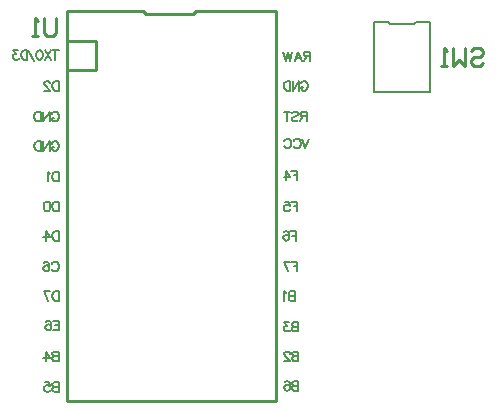
<source format=gbr>
%TF.GenerationSoftware,Altium Limited,Altium Designer,20.1.12 (249)*%
G04 Layer_Color=32896*
%FSLAX26Y26*%
%MOIN*%
%TF.SameCoordinates,B967F61E-ED45-4387-9E05-25525081BA1A*%
%TF.FilePolarity,Positive*%
%TF.FileFunction,Legend,Bot*%
%TF.Part,Single*%
G01*
G75*
%TA.AperFunction,NonConductor*%
%ADD18C,0.010000*%
%ADD19C,0.007874*%
%ADD20C,0.005906*%
D18*
X801216Y2276930D02*
X896689D01*
Y2372402D01*
X800232D02*
X896689D01*
X968854Y2474174D02*
X1056354D01*
X1066354Y2464174D01*
X1231354Y2474174D02*
X1318854D01*
X1221354Y2464174D02*
X1231354Y2474174D01*
X1498854Y1174174D02*
X1498854Y2474174D01*
X800232Y1174174D02*
X800232Y2474174D01*
X1066354Y2464174D02*
X1221354D01*
X800232Y2474174D02*
X968854D01*
X800232Y1174174D02*
X1498854D01*
X1318854Y2474174D02*
X1498854D01*
X765613Y2448258D02*
Y2398275D01*
X755616Y2388278D01*
X735623D01*
X725626Y2398275D01*
Y2448258D01*
X705632Y2388278D02*
X685639D01*
X695635D01*
Y2448258D01*
X705632Y2438262D01*
X2149833Y2339049D02*
X2159829Y2349045D01*
X2179823D01*
X2189820Y2339049D01*
Y2329052D01*
X2179823Y2319055D01*
X2159829D01*
X2149833Y2309058D01*
Y2299062D01*
X2159829Y2289065D01*
X2179823D01*
X2189820Y2299062D01*
X2129839Y2349045D02*
Y2289065D01*
X2109846Y2309058D01*
X2089852Y2289065D01*
Y2349045D01*
X2069859Y2289065D02*
X2049865D01*
X2059862D01*
Y2349045D01*
X2069859Y2339049D01*
D19*
X1965906Y2437953D02*
X2013150D01*
X1958031Y2430079D02*
X1965906Y2437953D01*
X1824173D02*
X1871417D01*
X1879292Y2430079D01*
X1958031D01*
X2013150Y2201732D02*
Y2437953D01*
X1824173Y2201732D02*
X2013150D01*
X1824173D02*
Y2437953D01*
D20*
X773658Y1235584D02*
Y1204095D01*
Y1235584D02*
X760162D01*
X755664Y1234085D01*
X754164Y1232585D01*
X752665Y1229586D01*
Y1226587D01*
X754164Y1223588D01*
X755664Y1222089D01*
X760162Y1220589D01*
X773658D02*
X760162D01*
X755664Y1219090D01*
X754164Y1217590D01*
X752665Y1214591D01*
Y1210093D01*
X754164Y1207094D01*
X755664Y1205594D01*
X760162Y1204095D01*
X773658D01*
X727623Y1235584D02*
X742618D01*
X744117Y1222089D01*
X742618Y1223588D01*
X738120Y1225088D01*
X733621D01*
X729123Y1223588D01*
X726124Y1220589D01*
X724624Y1216091D01*
Y1213092D01*
X726124Y1208593D01*
X729123Y1205594D01*
X733621Y1204095D01*
X738120D01*
X742618Y1205594D01*
X744117Y1207094D01*
X745617Y1210093D01*
X773658Y1337947D02*
Y1306457D01*
Y1337947D02*
X760162D01*
X755664Y1336447D01*
X754164Y1334947D01*
X752665Y1331948D01*
Y1328949D01*
X754164Y1325950D01*
X755664Y1324451D01*
X760162Y1322951D01*
X773658D02*
X760162D01*
X755664Y1321452D01*
X754164Y1319953D01*
X752665Y1316954D01*
Y1312455D01*
X754164Y1309456D01*
X755664Y1307957D01*
X760162Y1306457D01*
X773658D01*
X730622Y1337947D02*
X745617Y1316954D01*
X723125D01*
X730622Y1337947D02*
Y1306457D01*
X754164Y1440309D02*
X773658D01*
Y1408819D01*
X754164D01*
X773658Y1425314D02*
X761662D01*
X730922Y1435810D02*
X732422Y1438809D01*
X736920Y1440309D01*
X739919D01*
X744417Y1438809D01*
X747416Y1434311D01*
X748916Y1426813D01*
Y1419316D01*
X747416Y1413318D01*
X744417Y1410319D01*
X739919Y1408819D01*
X738419D01*
X733921Y1410319D01*
X730922Y1413318D01*
X729423Y1417816D01*
Y1419316D01*
X730922Y1423814D01*
X733921Y1426813D01*
X738419Y1428313D01*
X739919D01*
X744417Y1426813D01*
X747416Y1423814D01*
X748916Y1419316D01*
X763161Y2342445D02*
Y2310956D01*
X773658Y2342445D02*
X752665D01*
X748916D02*
X727923Y2310956D01*
Y2342445D02*
X748916Y2310956D01*
X711878Y2342445D02*
X716377Y2340945D01*
X719376Y2336447D01*
X720875Y2328950D01*
Y2324451D01*
X719376Y2316954D01*
X716377Y2312455D01*
X711878Y2310956D01*
X708880D01*
X704381Y2312455D01*
X701382Y2316954D01*
X699883Y2324451D01*
Y2328950D01*
X701382Y2336447D01*
X704381Y2340945D01*
X708880Y2342445D01*
X711878D01*
X692835Y2306457D02*
X671842Y2342445D01*
X669743D02*
Y2310956D01*
Y2342445D02*
X659246D01*
X654748Y2340945D01*
X651749Y2337947D01*
X650249Y2334948D01*
X648750Y2330449D01*
Y2322952D01*
X650249Y2318453D01*
X651749Y2315454D01*
X654748Y2312455D01*
X659246Y2310956D01*
X669743D01*
X638703Y2342445D02*
X622209D01*
X631206Y2330449D01*
X626707D01*
X623708Y2328950D01*
X622209Y2327450D01*
X620709Y2322952D01*
Y2319953D01*
X622209Y2315454D01*
X625208Y2312455D01*
X629706Y2310956D01*
X634205D01*
X638703Y2312455D01*
X640203Y2313955D01*
X641702Y2316954D01*
X773658Y1538734D02*
Y1507245D01*
Y1538734D02*
X763161D01*
X758663Y1537234D01*
X755664Y1534235D01*
X754164Y1531236D01*
X752665Y1526738D01*
Y1519240D01*
X754164Y1514742D01*
X755664Y1511743D01*
X758663Y1508744D01*
X763161Y1507245D01*
X773658D01*
X724624Y1538734D02*
X739619Y1507245D01*
X745617Y1538734D02*
X724624D01*
X751165Y1629662D02*
X752665Y1632661D01*
X755664Y1635660D01*
X758663Y1637159D01*
X764660D01*
X767659Y1635660D01*
X770659Y1632661D01*
X772158Y1629662D01*
X773658Y1625163D01*
Y1617666D01*
X772158Y1613167D01*
X770659Y1610168D01*
X767659Y1607169D01*
X764660Y1605670D01*
X758663D01*
X755664Y1607169D01*
X752665Y1610168D01*
X751165Y1613167D01*
X724324Y1632661D02*
X725824Y1635660D01*
X730322Y1637159D01*
X733321D01*
X737820Y1635660D01*
X740819Y1631161D01*
X742318Y1623664D01*
Y1616166D01*
X740819Y1610168D01*
X737820Y1607169D01*
X733321Y1605670D01*
X731822D01*
X727323Y1607169D01*
X724324Y1610168D01*
X722825Y1614667D01*
Y1616166D01*
X724324Y1620665D01*
X727323Y1623664D01*
X731822Y1625163D01*
X733321D01*
X737820Y1623664D01*
X740819Y1620665D01*
X742318Y1616166D01*
X773658Y1739521D02*
Y1708032D01*
Y1739521D02*
X763161D01*
X758663Y1738022D01*
X755664Y1735023D01*
X754164Y1732024D01*
X752665Y1727525D01*
Y1720028D01*
X754164Y1715529D01*
X755664Y1712530D01*
X758663Y1709531D01*
X763161Y1708032D01*
X773658D01*
X730622Y1739521D02*
X745617Y1718528D01*
X723125D01*
X730622Y1739521D02*
Y1708032D01*
X773658Y1837947D02*
Y1806457D01*
Y1837947D02*
X763161D01*
X758663Y1836447D01*
X755664Y1833448D01*
X754164Y1830449D01*
X752665Y1825950D01*
Y1818453D01*
X754164Y1813955D01*
X755664Y1810956D01*
X758663Y1807957D01*
X763161Y1806457D01*
X773658D01*
X736620Y1837947D02*
X741119Y1836447D01*
X744117Y1831948D01*
X745617Y1824451D01*
Y1819953D01*
X744117Y1812455D01*
X741119Y1807957D01*
X736620Y1806457D01*
X733621D01*
X729123Y1807957D01*
X726124Y1812455D01*
X724624Y1819953D01*
Y1824451D01*
X726124Y1831948D01*
X729123Y1836447D01*
X733621Y1837947D01*
X736620D01*
X773658Y1936372D02*
Y1904882D01*
Y1936372D02*
X763161D01*
X758663Y1934872D01*
X755664Y1931873D01*
X754164Y1928874D01*
X752665Y1924376D01*
Y1916878D01*
X754164Y1912380D01*
X755664Y1909381D01*
X758663Y1906382D01*
X763161Y1904882D01*
X773658D01*
X745617Y1930374D02*
X742618Y1931873D01*
X738120Y1936372D01*
Y1904882D01*
X751165Y2031236D02*
X752665Y2034235D01*
X755664Y2037234D01*
X758663Y2038734D01*
X764660D01*
X767659Y2037234D01*
X770659Y2034235D01*
X772158Y2031236D01*
X773658Y2026738D01*
Y2019240D01*
X772158Y2014742D01*
X770659Y2011743D01*
X767659Y2008744D01*
X764660Y2007245D01*
X758663D01*
X755664Y2008744D01*
X752665Y2011743D01*
X751165Y2014742D01*
Y2019240D01*
X758663D02*
X751165D01*
X743967Y2038734D02*
Y2007245D01*
Y2038734D02*
X722975Y2007245D01*
Y2038734D02*
Y2007245D01*
X714278Y2038734D02*
Y2007245D01*
Y2038734D02*
X703781D01*
X699283Y2037234D01*
X696284Y2034235D01*
X694784Y2031236D01*
X693285Y2026738D01*
Y2019240D01*
X694784Y2014742D01*
X696284Y2011743D01*
X699283Y2008744D01*
X703781Y2007245D01*
X714278D01*
X773658Y2239521D02*
Y2208032D01*
Y2239521D02*
X763161D01*
X758663Y2238022D01*
X755664Y2235023D01*
X754164Y2232024D01*
X752665Y2227525D01*
Y2220028D01*
X754164Y2215529D01*
X755664Y2212530D01*
X758663Y2209531D01*
X763161Y2208032D01*
X773658D01*
X744117Y2232024D02*
Y2233523D01*
X742618Y2236522D01*
X741119Y2238022D01*
X738120Y2239521D01*
X732122D01*
X729123Y2238022D01*
X727623Y2236522D01*
X726124Y2233523D01*
Y2230524D01*
X727623Y2227525D01*
X730622Y2223027D01*
X745617Y2208032D01*
X724624D01*
X1572870Y1239521D02*
Y1208032D01*
Y1239521D02*
X1559375D01*
X1554876Y1238022D01*
X1553377Y1236522D01*
X1551877Y1233523D01*
Y1230524D01*
X1553377Y1227525D01*
X1554876Y1226026D01*
X1559375Y1224526D01*
X1572870D02*
X1559375D01*
X1554876Y1223027D01*
X1553377Y1221527D01*
X1551877Y1218528D01*
Y1214030D01*
X1553377Y1211031D01*
X1554876Y1209531D01*
X1559375Y1208032D01*
X1572870D01*
X1526836Y1235023D02*
X1528335Y1238022D01*
X1532834Y1239521D01*
X1535833D01*
X1540331Y1238022D01*
X1543330Y1233523D01*
X1544830Y1226026D01*
Y1218528D01*
X1543330Y1212530D01*
X1540331Y1209531D01*
X1535833Y1208032D01*
X1534333D01*
X1529835Y1209531D01*
X1526836Y1212530D01*
X1525336Y1217029D01*
Y1218528D01*
X1526836Y1223027D01*
X1529835Y1226026D01*
X1534333Y1227525D01*
X1535833D01*
X1540331Y1226026D01*
X1543330Y1223027D01*
X1544830Y1218528D01*
X1572870Y1337947D02*
Y1306457D01*
Y1337947D02*
X1559375D01*
X1554876Y1336447D01*
X1553377Y1334947D01*
X1551877Y1331948D01*
Y1328949D01*
X1553377Y1325950D01*
X1554876Y1324451D01*
X1559375Y1322951D01*
X1572870D02*
X1559375D01*
X1554876Y1321452D01*
X1553377Y1319953D01*
X1551877Y1316954D01*
Y1312455D01*
X1553377Y1309456D01*
X1554876Y1307957D01*
X1559375Y1306457D01*
X1572870D01*
X1543330Y1330449D02*
Y1331948D01*
X1541831Y1334947D01*
X1540331Y1336447D01*
X1537332Y1337947D01*
X1531334D01*
X1528335Y1336447D01*
X1526836Y1334947D01*
X1525336Y1331948D01*
Y1328949D01*
X1526836Y1325950D01*
X1529835Y1321452D01*
X1544830Y1306457D01*
X1523837D01*
X1572870Y1436372D02*
Y1404882D01*
Y1436372D02*
X1559375D01*
X1554876Y1434872D01*
X1553377Y1433373D01*
X1551877Y1430374D01*
Y1427375D01*
X1553377Y1424376D01*
X1554876Y1422876D01*
X1559375Y1421377D01*
X1572870D02*
X1559375D01*
X1554876Y1419877D01*
X1553377Y1418378D01*
X1551877Y1415379D01*
Y1410880D01*
X1553377Y1407881D01*
X1554876Y1406382D01*
X1559375Y1404882D01*
X1572870D01*
X1541831Y1436372D02*
X1525336D01*
X1534333Y1424376D01*
X1529835D01*
X1526836Y1422876D01*
X1525336Y1421377D01*
X1523837Y1416878D01*
Y1413879D01*
X1525336Y1409381D01*
X1528335Y1406382D01*
X1532834Y1404882D01*
X1537332D01*
X1541831Y1406382D01*
X1543330Y1407881D01*
X1544830Y1410880D01*
X1561059Y1538734D02*
Y1507245D01*
Y1538734D02*
X1547564D01*
X1543065Y1537234D01*
X1541566Y1535735D01*
X1540066Y1532736D01*
Y1529737D01*
X1541566Y1526738D01*
X1543065Y1525238D01*
X1547564Y1523739D01*
X1561059D02*
X1547564D01*
X1543065Y1522239D01*
X1541566Y1520740D01*
X1540066Y1517741D01*
Y1513243D01*
X1541566Y1510244D01*
X1543065Y1508744D01*
X1547564Y1507245D01*
X1561059D01*
X1533019Y1532736D02*
X1530020Y1534235D01*
X1525521Y1538734D01*
Y1507245D01*
X1568933Y1637159D02*
Y1605670D01*
Y1637159D02*
X1549440D01*
X1568933Y1622164D02*
X1556937D01*
X1524848Y1637159D02*
X1539843Y1605670D01*
X1545841Y1637159D02*
X1524848D01*
X1568933Y1837947D02*
Y1806457D01*
Y1837947D02*
X1549440D01*
X1568933Y1822951D02*
X1556937D01*
X1527847Y1837947D02*
X1542842D01*
X1544341Y1824451D01*
X1542842Y1825950D01*
X1538343Y1827450D01*
X1533845D01*
X1529347Y1825950D01*
X1526348Y1822951D01*
X1524848Y1818453D01*
Y1815454D01*
X1526348Y1810956D01*
X1529347Y1807957D01*
X1533845Y1806457D01*
X1538343D01*
X1542842Y1807957D01*
X1544341Y1809456D01*
X1545841Y1812455D01*
X1568933Y1940309D02*
Y1908819D01*
Y1940309D02*
X1549440D01*
X1568933Y1925314D02*
X1556937D01*
X1530846Y1940309D02*
X1545841Y1919316D01*
X1523349D01*
X1530846Y1940309D02*
Y1908819D01*
X1608303Y2046608D02*
X1596307Y2015119D01*
X1584311Y2046608D02*
X1596307Y2015119D01*
X1557770Y2039110D02*
X1559270Y2042109D01*
X1562269Y2045108D01*
X1565268Y2046608D01*
X1571266D01*
X1574265Y2045108D01*
X1577264Y2042109D01*
X1578763Y2039110D01*
X1580263Y2034612D01*
Y2027114D01*
X1578763Y2022616D01*
X1577264Y2019617D01*
X1574265Y2016618D01*
X1571266Y2015119D01*
X1565268D01*
X1562269Y2016618D01*
X1559270Y2019617D01*
X1557770Y2022616D01*
X1526431Y2039110D02*
X1527930Y2042109D01*
X1530929Y2045108D01*
X1533928Y2046608D01*
X1539926D01*
X1542925Y2045108D01*
X1545924Y2042109D01*
X1547424Y2039110D01*
X1548923Y2034612D01*
Y2027114D01*
X1547424Y2022616D01*
X1545924Y2019617D01*
X1542925Y2016618D01*
X1539926Y2015119D01*
X1533928D01*
X1530929Y2016618D01*
X1527930Y2019617D01*
X1526431Y2022616D01*
X1600429Y2137159D02*
Y2105670D01*
Y2137159D02*
X1586934D01*
X1582435Y2135660D01*
X1580936Y2134160D01*
X1579436Y2131161D01*
Y2128162D01*
X1580936Y2125163D01*
X1582435Y2123664D01*
X1586934Y2122164D01*
X1600429D01*
X1589933D02*
X1579436Y2105670D01*
X1551396Y2132661D02*
X1554395Y2135660D01*
X1558893Y2137159D01*
X1564891D01*
X1569390Y2135660D01*
X1572389Y2132661D01*
Y2129662D01*
X1570889Y2126663D01*
X1569390Y2125163D01*
X1566391Y2123664D01*
X1557394Y2120665D01*
X1554395Y2119165D01*
X1552895Y2117666D01*
X1551396Y2114667D01*
Y2110168D01*
X1554395Y2107169D01*
X1558893Y2105670D01*
X1564891D01*
X1569390Y2107169D01*
X1572389Y2110168D01*
X1533852Y2137159D02*
Y2105670D01*
X1544348Y2137159D02*
X1523355D01*
X1581874Y2232024D02*
X1583373Y2235023D01*
X1586372Y2238022D01*
X1589371Y2239521D01*
X1595369D01*
X1598368Y2238022D01*
X1601367Y2235023D01*
X1602867Y2232024D01*
X1604366Y2227525D01*
Y2220028D01*
X1602867Y2215529D01*
X1601367Y2212530D01*
X1598368Y2209531D01*
X1595369Y2208032D01*
X1589371D01*
X1586372Y2209531D01*
X1583373Y2212530D01*
X1581874Y2215529D01*
Y2220028D01*
X1589371D02*
X1581874D01*
X1574676Y2239521D02*
Y2208032D01*
Y2239521D02*
X1553683Y2208032D01*
Y2239521D02*
Y2208032D01*
X1544986Y2239521D02*
Y2208032D01*
Y2239521D02*
X1534490D01*
X1529991Y2238022D01*
X1526992Y2235023D01*
X1525493Y2232024D01*
X1523993Y2227525D01*
Y2220028D01*
X1525493Y2215529D01*
X1526992Y2212530D01*
X1529991Y2209531D01*
X1534490Y2208032D01*
X1544986D01*
X1612240Y2337947D02*
Y2306457D01*
Y2337947D02*
X1598745D01*
X1594246Y2336447D01*
X1592747Y2334948D01*
X1591247Y2331948D01*
Y2328950D01*
X1592747Y2325950D01*
X1594246Y2324451D01*
X1598745Y2322952D01*
X1612240D01*
X1601744D02*
X1591247Y2306457D01*
X1560208D02*
X1572204Y2337947D01*
X1584200Y2306457D01*
X1579701Y2316954D02*
X1564706D01*
X1552860Y2337947D02*
X1545363Y2306457D01*
X1537865Y2337947D02*
X1545363Y2306457D01*
X1537865Y2337947D02*
X1530368Y2306457D01*
X1522870Y2337947D02*
X1530368Y2306457D01*
X751165Y2129662D02*
X752665Y2132661D01*
X755664Y2135660D01*
X758663Y2137159D01*
X764660D01*
X767659Y2135660D01*
X770659Y2132661D01*
X772158Y2129662D01*
X773658Y2125163D01*
Y2117666D01*
X772158Y2113167D01*
X770659Y2110168D01*
X767659Y2107169D01*
X764660Y2105670D01*
X758663D01*
X755664Y2107169D01*
X752665Y2110168D01*
X751165Y2113167D01*
Y2117666D01*
X758663D02*
X751165D01*
X743967Y2137159D02*
Y2105670D01*
Y2137159D02*
X722975Y2105670D01*
Y2137159D02*
Y2105670D01*
X714278Y2137159D02*
Y2105670D01*
Y2137159D02*
X703781D01*
X699283Y2135660D01*
X696284Y2132661D01*
X694784Y2129662D01*
X693285Y2125163D01*
Y2117666D01*
X694784Y2113167D01*
X696284Y2110168D01*
X699283Y2107169D01*
X703781Y2105670D01*
X714278D01*
X1564996Y1739521D02*
Y1708032D01*
Y1739521D02*
X1545503D01*
X1564996Y1724526D02*
X1553000D01*
X1523910Y1735023D02*
X1525409Y1738022D01*
X1529908Y1739521D01*
X1532907D01*
X1537405Y1738022D01*
X1540404Y1733523D01*
X1541904Y1726026D01*
Y1718528D01*
X1540404Y1712530D01*
X1537405Y1709531D01*
X1532907Y1708032D01*
X1531407D01*
X1526909Y1709531D01*
X1523910Y1712530D01*
X1522410Y1717029D01*
Y1718528D01*
X1523910Y1723027D01*
X1526909Y1726026D01*
X1531407Y1727525D01*
X1532907D01*
X1537405Y1726026D01*
X1540404Y1723027D01*
X1541904Y1718528D01*
%TF.MD5,7d518e66f93ad64c1b8700d7da4902f0*%
M02*

</source>
